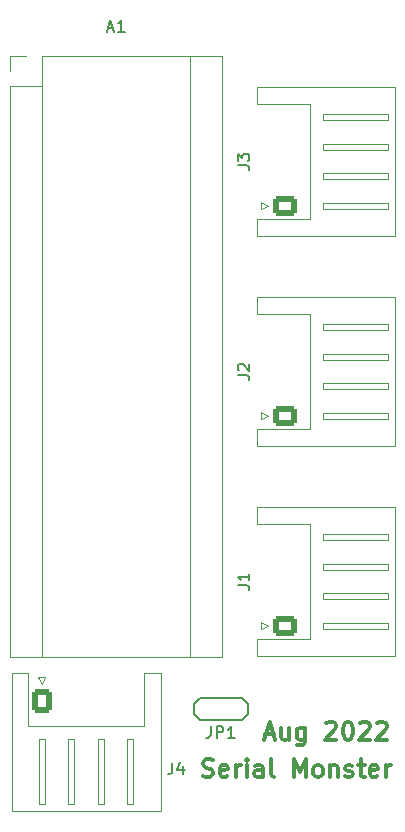
<source format=gto>
G04 #@! TF.GenerationSoftware,KiCad,Pcbnew,6.0.2+dfsg-1*
G04 #@! TF.CreationDate,2022-08-28T17:00:05+02:00*
G04 #@! TF.ProjectId,serialMonster,73657269-616c-44d6-9f6e-737465722e6b,0.1*
G04 #@! TF.SameCoordinates,Original*
G04 #@! TF.FileFunction,Legend,Top*
G04 #@! TF.FilePolarity,Positive*
%FSLAX46Y46*%
G04 Gerber Fmt 4.6, Leading zero omitted, Abs format (unit mm)*
G04 Created by KiCad (PCBNEW 6.0.2+dfsg-1) date 2022-08-28 17:00:05*
%MOMM*%
%LPD*%
G01*
G04 APERTURE LIST*
G04 Aperture macros list*
%AMRoundRect*
0 Rectangle with rounded corners*
0 $1 Rounding radius*
0 $2 $3 $4 $5 $6 $7 $8 $9 X,Y pos of 4 corners*
0 Add a 4 corners polygon primitive as box body*
4,1,4,$2,$3,$4,$5,$6,$7,$8,$9,$2,$3,0*
0 Add four circle primitives for the rounded corners*
1,1,$1+$1,$2,$3*
1,1,$1+$1,$4,$5*
1,1,$1+$1,$6,$7*
1,1,$1+$1,$8,$9*
0 Add four rect primitives between the rounded corners*
20,1,$1+$1,$2,$3,$4,$5,0*
20,1,$1+$1,$4,$5,$6,$7,0*
20,1,$1+$1,$6,$7,$8,$9,0*
20,1,$1+$1,$8,$9,$2,$3,0*%
G04 Aperture macros list end*
%ADD10C,0.300000*%
%ADD11C,0.150000*%
%ADD12C,0.120000*%
%ADD13RoundRect,0.250000X0.725000X-0.600000X0.725000X0.600000X-0.725000X0.600000X-0.725000X-0.600000X0*%
%ADD14O,1.950000X1.700000*%
%ADD15C,1.400000*%
%ADD16C,1.524000*%
%ADD17R,1.524000X1.524000*%
%ADD18RoundRect,0.250000X-0.600000X-0.725000X0.600000X-0.725000X0.600000X0.725000X-0.600000X0.725000X0*%
%ADD19O,1.700000X1.950000*%
G04 APERTURE END LIST*
D10*
X111697142Y-153285000D02*
X112411428Y-153285000D01*
X111554285Y-153713571D02*
X112054285Y-152213571D01*
X112554285Y-153713571D01*
X113697142Y-152713571D02*
X113697142Y-153713571D01*
X113054285Y-152713571D02*
X113054285Y-153499285D01*
X113125714Y-153642142D01*
X113268571Y-153713571D01*
X113482857Y-153713571D01*
X113625714Y-153642142D01*
X113697142Y-153570714D01*
X115054285Y-152713571D02*
X115054285Y-153927857D01*
X114982857Y-154070714D01*
X114911428Y-154142142D01*
X114768571Y-154213571D01*
X114554285Y-154213571D01*
X114411428Y-154142142D01*
X115054285Y-153642142D02*
X114911428Y-153713571D01*
X114625714Y-153713571D01*
X114482857Y-153642142D01*
X114411428Y-153570714D01*
X114340000Y-153427857D01*
X114340000Y-152999285D01*
X114411428Y-152856428D01*
X114482857Y-152785000D01*
X114625714Y-152713571D01*
X114911428Y-152713571D01*
X115054285Y-152785000D01*
X116840000Y-152356428D02*
X116911428Y-152285000D01*
X117054285Y-152213571D01*
X117411428Y-152213571D01*
X117554285Y-152285000D01*
X117625714Y-152356428D01*
X117697142Y-152499285D01*
X117697142Y-152642142D01*
X117625714Y-152856428D01*
X116768571Y-153713571D01*
X117697142Y-153713571D01*
X118625714Y-152213571D02*
X118768571Y-152213571D01*
X118911428Y-152285000D01*
X118982857Y-152356428D01*
X119054285Y-152499285D01*
X119125714Y-152785000D01*
X119125714Y-153142142D01*
X119054285Y-153427857D01*
X118982857Y-153570714D01*
X118911428Y-153642142D01*
X118768571Y-153713571D01*
X118625714Y-153713571D01*
X118482857Y-153642142D01*
X118411428Y-153570714D01*
X118340000Y-153427857D01*
X118268571Y-153142142D01*
X118268571Y-152785000D01*
X118340000Y-152499285D01*
X118411428Y-152356428D01*
X118482857Y-152285000D01*
X118625714Y-152213571D01*
X119697142Y-152356428D02*
X119768571Y-152285000D01*
X119911428Y-152213571D01*
X120268571Y-152213571D01*
X120411428Y-152285000D01*
X120482857Y-152356428D01*
X120554285Y-152499285D01*
X120554285Y-152642142D01*
X120482857Y-152856428D01*
X119625714Y-153713571D01*
X120554285Y-153713571D01*
X121125714Y-152356428D02*
X121197142Y-152285000D01*
X121340000Y-152213571D01*
X121697142Y-152213571D01*
X121840000Y-152285000D01*
X121911428Y-152356428D01*
X121982857Y-152499285D01*
X121982857Y-152642142D01*
X121911428Y-152856428D01*
X121054285Y-153713571D01*
X121982857Y-153713571D01*
X106407142Y-156817142D02*
X106621428Y-156888571D01*
X106978571Y-156888571D01*
X107121428Y-156817142D01*
X107192857Y-156745714D01*
X107264285Y-156602857D01*
X107264285Y-156460000D01*
X107192857Y-156317142D01*
X107121428Y-156245714D01*
X106978571Y-156174285D01*
X106692857Y-156102857D01*
X106550000Y-156031428D01*
X106478571Y-155960000D01*
X106407142Y-155817142D01*
X106407142Y-155674285D01*
X106478571Y-155531428D01*
X106550000Y-155460000D01*
X106692857Y-155388571D01*
X107050000Y-155388571D01*
X107264285Y-155460000D01*
X108478571Y-156817142D02*
X108335714Y-156888571D01*
X108050000Y-156888571D01*
X107907142Y-156817142D01*
X107835714Y-156674285D01*
X107835714Y-156102857D01*
X107907142Y-155960000D01*
X108050000Y-155888571D01*
X108335714Y-155888571D01*
X108478571Y-155960000D01*
X108550000Y-156102857D01*
X108550000Y-156245714D01*
X107835714Y-156388571D01*
X109192857Y-156888571D02*
X109192857Y-155888571D01*
X109192857Y-156174285D02*
X109264285Y-156031428D01*
X109335714Y-155960000D01*
X109478571Y-155888571D01*
X109621428Y-155888571D01*
X110121428Y-156888571D02*
X110121428Y-155888571D01*
X110121428Y-155388571D02*
X110050000Y-155460000D01*
X110121428Y-155531428D01*
X110192857Y-155460000D01*
X110121428Y-155388571D01*
X110121428Y-155531428D01*
X111478571Y-156888571D02*
X111478571Y-156102857D01*
X111407142Y-155960000D01*
X111264285Y-155888571D01*
X110978571Y-155888571D01*
X110835714Y-155960000D01*
X111478571Y-156817142D02*
X111335714Y-156888571D01*
X110978571Y-156888571D01*
X110835714Y-156817142D01*
X110764285Y-156674285D01*
X110764285Y-156531428D01*
X110835714Y-156388571D01*
X110978571Y-156317142D01*
X111335714Y-156317142D01*
X111478571Y-156245714D01*
X112407142Y-156888571D02*
X112264285Y-156817142D01*
X112192857Y-156674285D01*
X112192857Y-155388571D01*
X114121428Y-156888571D02*
X114121428Y-155388571D01*
X114621428Y-156460000D01*
X115121428Y-155388571D01*
X115121428Y-156888571D01*
X116050000Y-156888571D02*
X115907142Y-156817142D01*
X115835714Y-156745714D01*
X115764285Y-156602857D01*
X115764285Y-156174285D01*
X115835714Y-156031428D01*
X115907142Y-155960000D01*
X116050000Y-155888571D01*
X116264285Y-155888571D01*
X116407142Y-155960000D01*
X116478571Y-156031428D01*
X116550000Y-156174285D01*
X116550000Y-156602857D01*
X116478571Y-156745714D01*
X116407142Y-156817142D01*
X116264285Y-156888571D01*
X116050000Y-156888571D01*
X117192857Y-155888571D02*
X117192857Y-156888571D01*
X117192857Y-156031428D02*
X117264285Y-155960000D01*
X117407142Y-155888571D01*
X117621428Y-155888571D01*
X117764285Y-155960000D01*
X117835714Y-156102857D01*
X117835714Y-156888571D01*
X118478571Y-156817142D02*
X118621428Y-156888571D01*
X118907142Y-156888571D01*
X119050000Y-156817142D01*
X119121428Y-156674285D01*
X119121428Y-156602857D01*
X119050000Y-156460000D01*
X118907142Y-156388571D01*
X118692857Y-156388571D01*
X118550000Y-156317142D01*
X118478571Y-156174285D01*
X118478571Y-156102857D01*
X118550000Y-155960000D01*
X118692857Y-155888571D01*
X118907142Y-155888571D01*
X119050000Y-155960000D01*
X119550000Y-155888571D02*
X120121428Y-155888571D01*
X119764285Y-155388571D02*
X119764285Y-156674285D01*
X119835714Y-156817142D01*
X119978571Y-156888571D01*
X120121428Y-156888571D01*
X121192857Y-156817142D02*
X121050000Y-156888571D01*
X120764285Y-156888571D01*
X120621428Y-156817142D01*
X120550000Y-156674285D01*
X120550000Y-156102857D01*
X120621428Y-155960000D01*
X120764285Y-155888571D01*
X121050000Y-155888571D01*
X121192857Y-155960000D01*
X121264285Y-156102857D01*
X121264285Y-156245714D01*
X120550000Y-156388571D01*
X121907142Y-156888571D02*
X121907142Y-155888571D01*
X121907142Y-156174285D02*
X121978571Y-156031428D01*
X122050000Y-155960000D01*
X122192857Y-155888571D01*
X122335714Y-155888571D01*
D11*
X109342380Y-122888333D02*
X110056666Y-122888333D01*
X110199523Y-122935952D01*
X110294761Y-123031190D01*
X110342380Y-123174047D01*
X110342380Y-123269285D01*
X109437619Y-122459761D02*
X109390000Y-122412142D01*
X109342380Y-122316904D01*
X109342380Y-122078809D01*
X109390000Y-121983571D01*
X109437619Y-121935952D01*
X109532857Y-121888333D01*
X109628095Y-121888333D01*
X109770952Y-121935952D01*
X110342380Y-122507380D01*
X110342380Y-121888333D01*
X107086666Y-152582380D02*
X107086666Y-153296666D01*
X107039047Y-153439523D01*
X106943809Y-153534761D01*
X106800952Y-153582380D01*
X106705714Y-153582380D01*
X107562857Y-153582380D02*
X107562857Y-152582380D01*
X107943809Y-152582380D01*
X108039047Y-152630000D01*
X108086666Y-152677619D01*
X108134285Y-152772857D01*
X108134285Y-152915714D01*
X108086666Y-153010952D01*
X108039047Y-153058571D01*
X107943809Y-153106190D01*
X107562857Y-153106190D01*
X109086666Y-153582380D02*
X108515238Y-153582380D01*
X108800952Y-153582380D02*
X108800952Y-152582380D01*
X108705714Y-152725238D01*
X108610476Y-152820476D01*
X108515238Y-152868095D01*
X98345714Y-93511666D02*
X98821904Y-93511666D01*
X98250476Y-93797380D02*
X98583809Y-92797380D01*
X98917142Y-93797380D01*
X99774285Y-93797380D02*
X99202857Y-93797380D01*
X99488571Y-93797380D02*
X99488571Y-92797380D01*
X99393333Y-92940238D01*
X99298095Y-93035476D01*
X99202857Y-93083095D01*
X109342380Y-105108333D02*
X110056666Y-105108333D01*
X110199523Y-105155952D01*
X110294761Y-105251190D01*
X110342380Y-105394047D01*
X110342380Y-105489285D01*
X109342380Y-104727380D02*
X109342380Y-104108333D01*
X109723333Y-104441666D01*
X109723333Y-104298809D01*
X109770952Y-104203571D01*
X109818571Y-104155952D01*
X109913809Y-104108333D01*
X110151904Y-104108333D01*
X110247142Y-104155952D01*
X110294761Y-104203571D01*
X110342380Y-104298809D01*
X110342380Y-104584523D01*
X110294761Y-104679761D01*
X110247142Y-104727380D01*
X109342380Y-140668333D02*
X110056666Y-140668333D01*
X110199523Y-140715952D01*
X110294761Y-140811190D01*
X110342380Y-140954047D01*
X110342380Y-141049285D01*
X110342380Y-139668333D02*
X110342380Y-140239761D01*
X110342380Y-139954047D02*
X109342380Y-139954047D01*
X109485238Y-140049285D01*
X109580476Y-140144523D01*
X109628095Y-140239761D01*
X103806666Y-155662380D02*
X103806666Y-156376666D01*
X103759047Y-156519523D01*
X103663809Y-156614761D01*
X103520952Y-156662380D01*
X103425714Y-156662380D01*
X104711428Y-155995714D02*
X104711428Y-156662380D01*
X104473333Y-155614761D02*
X104235238Y-156329047D01*
X104854285Y-156329047D01*
D12*
X116590000Y-119055000D02*
X122090000Y-119055000D01*
X115480000Y-127445000D02*
X115480000Y-122555000D01*
X122700000Y-122555000D02*
X122700000Y-128865000D01*
X116590000Y-121555000D02*
X122090000Y-121555000D01*
X122090000Y-121055000D02*
X116590000Y-121055000D01*
X111290000Y-126005000D02*
X111890000Y-126305000D01*
X115480000Y-117665000D02*
X115480000Y-122555000D01*
X116590000Y-126555000D02*
X122090000Y-126555000D01*
X116590000Y-123555000D02*
X116590000Y-124055000D01*
X122090000Y-118555000D02*
X116590000Y-118555000D01*
X122090000Y-126055000D02*
X116590000Y-126055000D01*
X116590000Y-126055000D02*
X116590000Y-126555000D01*
X111890000Y-126305000D02*
X111290000Y-126605000D01*
X110980000Y-128865000D02*
X110980000Y-127445000D01*
X122090000Y-119055000D02*
X122090000Y-118555000D01*
X116590000Y-124055000D02*
X122090000Y-124055000D01*
X111290000Y-126605000D02*
X111290000Y-126005000D01*
X122090000Y-126555000D02*
X122090000Y-126055000D01*
X122090000Y-123555000D02*
X116590000Y-123555000D01*
X116590000Y-118555000D02*
X116590000Y-119055000D01*
X122700000Y-116245000D02*
X110980000Y-116245000D01*
X122700000Y-122555000D02*
X122700000Y-116245000D01*
X110980000Y-116245000D02*
X110980000Y-117665000D01*
X110980000Y-117665000D02*
X115480000Y-117665000D01*
X110980000Y-127445000D02*
X115480000Y-127445000D01*
X116590000Y-121055000D02*
X116590000Y-121555000D01*
X122090000Y-121555000D02*
X122090000Y-121055000D01*
X122090000Y-124055000D02*
X122090000Y-123555000D01*
X122700000Y-128865000D02*
X110980000Y-128865000D01*
D11*
X110250000Y-151530000D02*
X109750000Y-152030000D01*
X105650000Y-150730000D02*
X106150000Y-150230000D01*
X106150000Y-152030000D02*
X105650000Y-151530000D01*
X109750000Y-152030000D02*
X106150000Y-152030000D01*
X109750000Y-150230000D02*
X110250000Y-150730000D01*
X110250000Y-150730000D02*
X110250000Y-151530000D01*
X105650000Y-151530000D02*
X105650000Y-150730000D01*
X106150000Y-150230000D02*
X109750000Y-150230000D01*
D12*
X108010000Y-95825000D02*
X108010000Y-146745000D01*
X91440000Y-95825000D02*
X90110000Y-95825000D01*
X105350000Y-146745000D02*
X105350000Y-95825000D01*
X108010000Y-146745000D02*
X90110000Y-146745000D01*
X90110000Y-98425000D02*
X92770000Y-98425000D01*
X92770000Y-95825000D02*
X108010000Y-95825000D01*
X90110000Y-146745000D02*
X90110000Y-98425000D01*
X90110000Y-95825000D02*
X90110000Y-97155000D01*
X92770000Y-95825000D02*
X92770000Y-146745000D01*
X116590000Y-101275000D02*
X122090000Y-101275000D01*
X122090000Y-100775000D02*
X116590000Y-100775000D01*
X110980000Y-111085000D02*
X110980000Y-109665000D01*
X122090000Y-101275000D02*
X122090000Y-100775000D01*
X116590000Y-106275000D02*
X122090000Y-106275000D01*
X122090000Y-108775000D02*
X122090000Y-108275000D01*
X116590000Y-108275000D02*
X116590000Y-108775000D01*
X116590000Y-105775000D02*
X116590000Y-106275000D01*
X122700000Y-111085000D02*
X110980000Y-111085000D01*
X122090000Y-105775000D02*
X116590000Y-105775000D01*
X110980000Y-99885000D02*
X115480000Y-99885000D01*
X116590000Y-103275000D02*
X116590000Y-103775000D01*
X122700000Y-98465000D02*
X110980000Y-98465000D01*
X122700000Y-104775000D02*
X122700000Y-98465000D01*
X110980000Y-98465000D02*
X110980000Y-99885000D01*
X115480000Y-109665000D02*
X115480000Y-104775000D01*
X122090000Y-108275000D02*
X116590000Y-108275000D01*
X122090000Y-106275000D02*
X122090000Y-105775000D01*
X122700000Y-104775000D02*
X122700000Y-111085000D01*
X111290000Y-108825000D02*
X111290000Y-108225000D01*
X122090000Y-103275000D02*
X116590000Y-103275000D01*
X116590000Y-103775000D02*
X122090000Y-103775000D01*
X116590000Y-100775000D02*
X116590000Y-101275000D01*
X111290000Y-108225000D02*
X111890000Y-108525000D01*
X116590000Y-108775000D02*
X122090000Y-108775000D01*
X111890000Y-108525000D02*
X111290000Y-108825000D01*
X122090000Y-103775000D02*
X122090000Y-103275000D01*
X110980000Y-109665000D02*
X115480000Y-109665000D01*
X115480000Y-99885000D02*
X115480000Y-104775000D01*
X122090000Y-143835000D02*
X116590000Y-143835000D01*
X122090000Y-141835000D02*
X122090000Y-141335000D01*
X122090000Y-144335000D02*
X122090000Y-143835000D01*
X116590000Y-141835000D02*
X122090000Y-141835000D01*
X116590000Y-143835000D02*
X116590000Y-144335000D01*
X122700000Y-146645000D02*
X110980000Y-146645000D01*
X111290000Y-144385000D02*
X111290000Y-143785000D01*
X110980000Y-135445000D02*
X115480000Y-135445000D01*
X116590000Y-141335000D02*
X116590000Y-141835000D01*
X122090000Y-139335000D02*
X122090000Y-138835000D01*
X111290000Y-143785000D02*
X111890000Y-144085000D01*
X122090000Y-138835000D02*
X116590000Y-138835000D01*
X116590000Y-144335000D02*
X122090000Y-144335000D01*
X110980000Y-146645000D02*
X110980000Y-145225000D01*
X122090000Y-136835000D02*
X122090000Y-136335000D01*
X110980000Y-134025000D02*
X110980000Y-135445000D01*
X122090000Y-136335000D02*
X116590000Y-136335000D01*
X122700000Y-134025000D02*
X110980000Y-134025000D01*
X115480000Y-135445000D02*
X115480000Y-140335000D01*
X122090000Y-141335000D02*
X116590000Y-141335000D01*
X122700000Y-140335000D02*
X122700000Y-146645000D01*
X116590000Y-139335000D02*
X122090000Y-139335000D01*
X111890000Y-144085000D02*
X111290000Y-144385000D01*
X122700000Y-140335000D02*
X122700000Y-134025000D01*
X116590000Y-138835000D02*
X116590000Y-139335000D01*
X110980000Y-145225000D02*
X115480000Y-145225000D01*
X116590000Y-136335000D02*
X116590000Y-136835000D01*
X116590000Y-136835000D02*
X122090000Y-136835000D01*
X115480000Y-145225000D02*
X115480000Y-140335000D01*
X100520000Y-153695000D02*
X100020000Y-153695000D01*
X100020000Y-159195000D02*
X100520000Y-159195000D01*
X97520000Y-159195000D02*
X98020000Y-159195000D01*
X91630000Y-152585000D02*
X96520000Y-152585000D01*
X95020000Y-153695000D02*
X95020000Y-159195000D01*
X101410000Y-148085000D02*
X101410000Y-152585000D01*
X95020000Y-159195000D02*
X95520000Y-159195000D01*
X96520000Y-159805000D02*
X90210000Y-159805000D01*
X95520000Y-153695000D02*
X95020000Y-153695000D01*
X92520000Y-153695000D02*
X92520000Y-159195000D01*
X98020000Y-153695000D02*
X97520000Y-153695000D01*
X92770000Y-148995000D02*
X92470000Y-148395000D01*
X95520000Y-159195000D02*
X95520000Y-153695000D01*
X100520000Y-159195000D02*
X100520000Y-153695000D01*
X102830000Y-148085000D02*
X101410000Y-148085000D01*
X91630000Y-148085000D02*
X91630000Y-152585000D01*
X98020000Y-159195000D02*
X98020000Y-153695000D01*
X92520000Y-159195000D02*
X93020000Y-159195000D01*
X100020000Y-153695000D02*
X100020000Y-159195000D01*
X93020000Y-159195000D02*
X93020000Y-153695000D01*
X90210000Y-159805000D02*
X90210000Y-148085000D01*
X97520000Y-153695000D02*
X97520000Y-159195000D01*
X93020000Y-153695000D02*
X92520000Y-153695000D01*
X92470000Y-148395000D02*
X93070000Y-148395000D01*
X101410000Y-152585000D02*
X96520000Y-152585000D01*
X90210000Y-148085000D02*
X91630000Y-148085000D01*
X96520000Y-159805000D02*
X102830000Y-159805000D01*
X93070000Y-148395000D02*
X92770000Y-148995000D01*
X102830000Y-159805000D02*
X102830000Y-148085000D01*
%LPC*%
D13*
X113390000Y-126305000D03*
D14*
X113390000Y-123805000D03*
X113390000Y-121305000D03*
X113390000Y-118805000D03*
D15*
X109220000Y-151130000D03*
X106680000Y-151130000D03*
D16*
X106680000Y-97155000D03*
X106680000Y-99695000D03*
X106680000Y-102235000D03*
X106680000Y-104775000D03*
X106680000Y-107315000D03*
X106680000Y-109855000D03*
X106680000Y-112395000D03*
X106680000Y-114935000D03*
X106680000Y-117475000D03*
X106680000Y-120015000D03*
X106680000Y-122555000D03*
X106680000Y-125095000D03*
X106680000Y-127635000D03*
X106680000Y-130175000D03*
X106680000Y-132715000D03*
X106680000Y-135255000D03*
X106680000Y-137795000D03*
X106680000Y-140335000D03*
X106680000Y-142875000D03*
X106680000Y-145415000D03*
X91440000Y-145415000D03*
X91440000Y-142875000D03*
X91440000Y-140335000D03*
X91440000Y-137795000D03*
X91440000Y-135255000D03*
X91440000Y-132715000D03*
X91440000Y-130175000D03*
X91440000Y-127635000D03*
X91440000Y-125095000D03*
X91440000Y-122555000D03*
X91440000Y-120015000D03*
X91440000Y-117475000D03*
X91440000Y-114935000D03*
X91440000Y-112395000D03*
X91440000Y-109855000D03*
X91440000Y-107315000D03*
X91440000Y-104775000D03*
X91440000Y-102235000D03*
X91440000Y-99695000D03*
D17*
X91440000Y-97155000D03*
D13*
X113390000Y-108525000D03*
D14*
X113390000Y-106025000D03*
X113390000Y-103525000D03*
X113390000Y-101025000D03*
D13*
X113390000Y-144085000D03*
D14*
X113390000Y-141585000D03*
X113390000Y-139085000D03*
X113390000Y-136585000D03*
D18*
X92770000Y-150495000D03*
D19*
X95270000Y-150495000D03*
X97770000Y-150495000D03*
X100270000Y-150495000D03*
M02*

</source>
